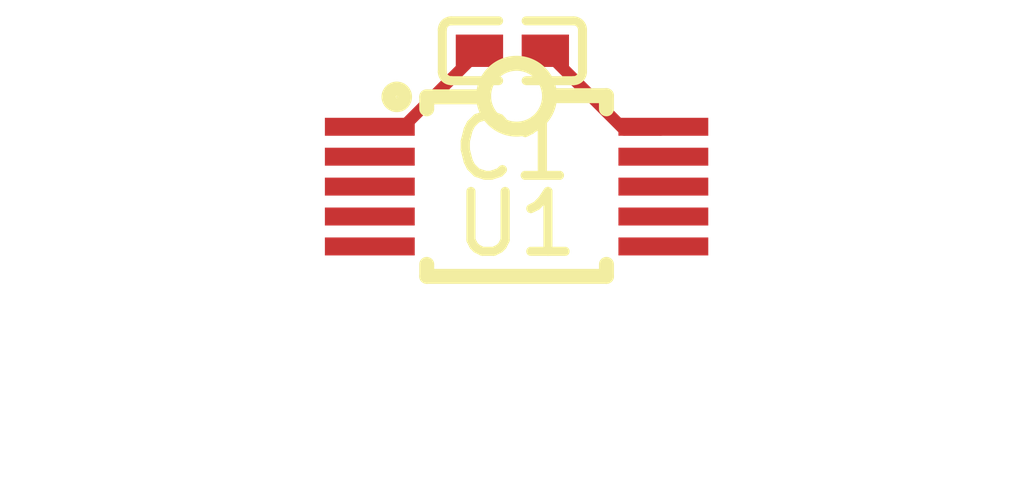
<source format=kicad_pcb>
(kicad_pcb (version 20241229) (generator "pcbnew") (generator_version "9.0")
  (layers (0 "F.Cu" signal) (2 "B.Cu" signal) (13 "F.Paste" user) (15 "B.Paste" user) (5 "F.SilkS" user "F.Silkscreen") (7 "B.SilkS" user "B.Silkscreen") (1 "F.Mask" user) (3 "B.Mask" user) (25 "Edge.Cuts" user))
  (net 0 "")
  (net 1 "VOUTA")
  (net 2 "VOUTB")
  (net 3 "SDA")
  (net 4 "SCL")
  (net 5 "gnd")
  (net 6 "LDACh")
  (net 7 "RDY_BSYh")
  (net 8 "hv")
  (net 9 "VOUTD")
  (net 10 "VOUTC")
  (footprint "atopile:MSOP-10_L3.0-W3.0-P0.50-LS5.0-TL-ee3c6b" (layer "F.Cu") (at 143.26 92.19)
    (property "Reference" "U1" (at -0.00015 0.626797 0) (layer "F.SilkS"))
    (property "Value" "")
    (fp_line (start -1.5 -1.3) (end -1.5 -1.5) (stroke (width 0.25)) (layer "F.SilkS"))
    (fp_line (start -1.5 1.5) (end -1.5 1.3) (stroke (width 0.25)) (layer "F.SilkS"))
    (fp_line (start -0.55 -1.5) (end -1.5 -1.5) (stroke (width 0.25)) (layer "F.SilkS"))
    (fp_line (start 1.5 -1.52) (end 0.55 -1.52) (stroke (width 0.25)) (layer "F.SilkS"))
    (fp_line (start 1.5 -1.3) (end 1.5 -1.52) (stroke (width 0.25)) (layer "F.SilkS"))
    (fp_line (start 1.5 1.5) (end -1.5 1.5) (stroke (width 0.25)) (layer "F.SilkS"))
    (fp_line (start 1.5 1.5) (end 1.5 1.3) (stroke (width 0.25)) (layer "F.SilkS"))
    (fp_arc (start -0.550091 -1.5096) (mid 0.550066 -1.515228) (end -0.55 -1.5) (stroke (width 0.25)) (layer "F.SilkS"))
    (fp_circle (center -2 -1.5) (end -1.87 -1.5) (stroke (width 0.25)) (fill no) (layer "F.SilkS"))
    (fp_text user "${REFERENCE}" (at -0.00015 0.626797 0) (layer "F.SilkS"))
    (pad "1" smd rect (at -2.45 -1) (size 1.5 0.3) (layers "F.Cu" "F.Mask" "F.Paste") (net 8 "hv"))
    (pad "2" smd rect (at -2.45 -0.5) (size 1.5 0.3) (layers "F.Cu" "F.Mask" "F.Paste") (net 4 "SCL"))
    (pad "3" smd rect (at -2.45 0) (size 1.5 0.3) (layers "F.Cu" "F.Mask" "F.Paste") (net 3 "SDA"))
    (pad "4" smd rect (at -2.45 0.5) (size 1.5 0.3) (layers "F.Cu" "F.Mask" "F.Paste") (net 6 "LDACh"))
    (pad "5" smd rect (at -2.45 1) (size 1.5 0.3) (layers "F.Cu" "F.Mask" "F.Paste") (net 7 "RDY_BSYh"))
    (pad "6" smd rect (at 2.45 1) (size 1.5 0.3) (layers "F.Cu" "F.Mask" "F.Paste") (net 1 "VOUTA"))
    (pad "7" smd rect (at 2.45 0.5) (size 1.5 0.3) (layers "F.Cu" "F.Mask" "F.Paste") (net 2 "VOUTB"))
    (pad "8" smd rect (at 2.45 0) (size 1.5 0.3) (layers "F.Cu" "F.Mask" "F.Paste") (net 10 "VOUTC"))
    (pad "9" smd rect (at 2.45 -0.5) (size 1.5 0.3) (layers "F.Cu" "F.Mask" "F.Paste") (net 9 "VOUTD"))
    (pad "10" smd rect (at 2.45 -1) (size 1.5 0.3) (layers "F.Cu" "F.Mask" "F.Paste") (net 5 "gnd"))
  )
  (footprint "atopile:C0402-b3ef17" (layer "F.Cu") (at 143.19 89.92)
    (property "Reference" "C1" (at -0.00015 1.626797 0) (layer "F.SilkS"))
    (property "Value" "100nF ±10% 16V X7R")
    (fp_line (start -1.17 0.35) (end -1.17 -0.35) (stroke (width 0.15)) (layer "F.SilkS"))
    (fp_line (start -1.02 -0.5) (end -0.23 -0.5) (stroke (width 0.15)) (layer "F.SilkS"))
    (fp_line (start -0.23 0.5) (end -1.02 0.5) (stroke (width 0.15)) (layer "F.SilkS"))
    (fp_line (start 0.23 0.5) (end 1.02 0.5) (stroke (width 0.15)) (layer "F.SilkS"))
    (fp_line (start 1.02 -0.5) (end 0.23 -0.5) (stroke (width 0.15)) (layer "F.SilkS"))
    (fp_line (start 1.17 0.35) (end 1.17 -0.35) (stroke (width 0.15)) (layer "F.SilkS"))
    (fp_arc (start -1.17 -0.35) (mid -1.126066 -0.456066) (end -1.02 -0.5) (stroke (width 0.15)) (layer "F.SilkS"))
    (fp_arc (start -1.02 0.5) (mid -1.126066 0.456066) (end -1.17 0.35) (stroke (width 0.15)) (layer "F.SilkS"))
    (fp_arc (start 1.02 -0.5) (mid 1.126066 -0.456066) (end 1.17 -0.35) (stroke (width 0.15)) (layer "F.SilkS"))
    (fp_arc (start 1.17 0.35) (mid 1.126066 0.456066) (end 1.02 0.5) (stroke (width 0.15)) (layer "F.SilkS"))
    (fp_text user "${REFERENCE}" (at -0.00015 1.626797 0) (layer "F.SilkS"))
    (pad "1" smd rect (at -0.55 0) (size 0.79 0.54) (layers "F.Cu" "F.Mask" "F.Paste") (net 8 "hv"))
    (pad "2" smd rect (at 0.55 0) (size 0.79 0.54) (layers "F.Cu" "F.Mask" "F.Paste") (net 5 "gnd"))
  )
  (segment (start 145.661 91.239) (end 145.71 91.19) (width 0.2) (layer "F.Cu") (net 5))
  (segment (start 143.74 89.92) (end 145.059 91.239) (width 0.2) (layer "F.Cu") (net 5))
  (segment (start 145.059 91.239) (end 145.661 91.239) (width 0.2) (layer "F.Cu") (net 5))
  (segment (start 142.64 89.92) (end 141.37 91.19) (width 0.2) (layer "F.Cu") (net 8))
  (segment (start 141.37 91.19) (end 140.81 91.19) (width 0.2) (layer "F.Cu") (net 8))
)
</source>
